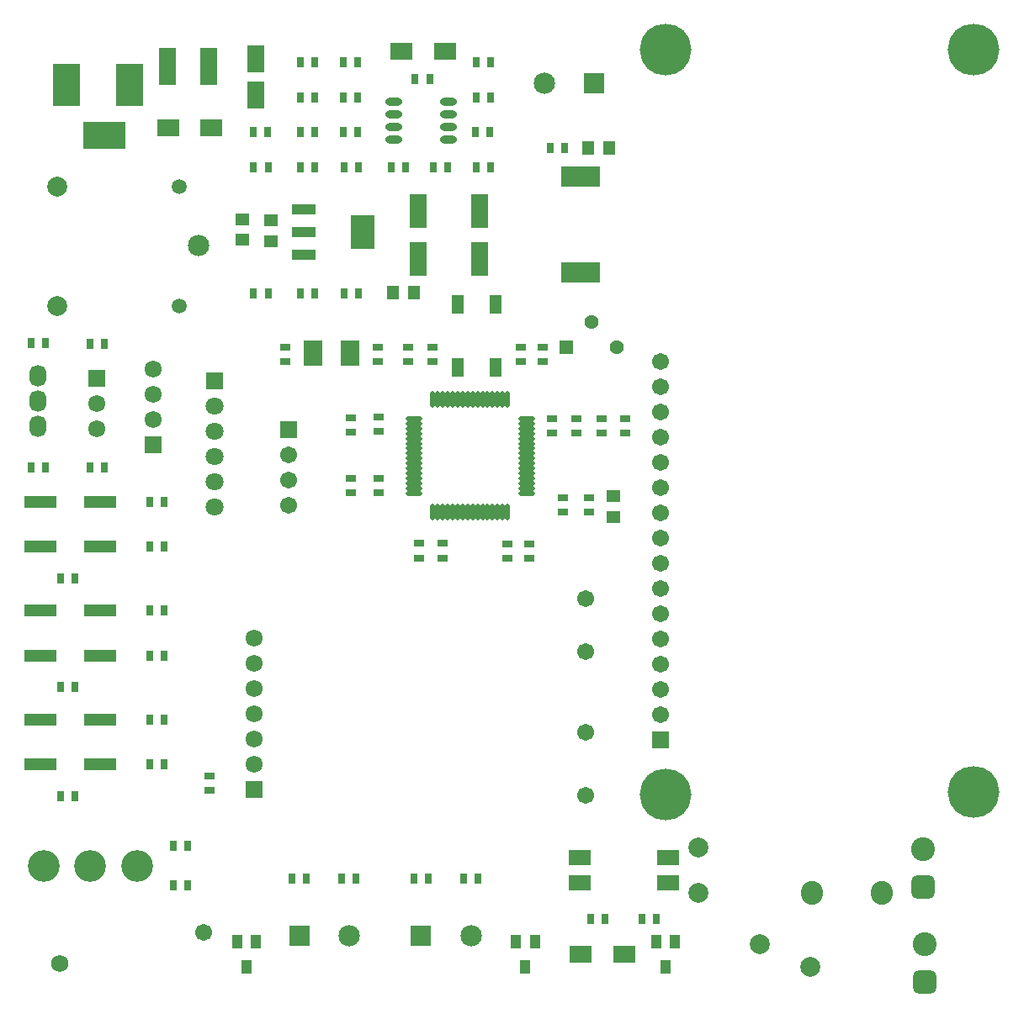
<source format=gbr>
%TF.GenerationSoftware,Altium Limited,Altium Designer,24.9.1 (31)*%
G04 Layer_Color=8388736*
%FSLAX45Y45*%
%MOMM*%
%TF.SameCoordinates,7A748296-1A33-4DDC-9E1E-CBF8E45EE968*%
%TF.FilePolarity,Negative*%
%TF.FileFunction,Soldermask,Top*%
%TF.Part,Single*%
G01*
G75*
%TA.AperFunction,SMDPad,CuDef*%
%ADD28R,2.20000X1.60000*%
%ADD77R,0.75320X1.10320*%
%ADD78R,1.30320X1.40320*%
%ADD79R,1.80320X2.80320*%
%ADD80R,2.30320X1.75320*%
%ADD81R,1.05320X1.40320*%
%ADD82C,1.70320*%
%ADD83O,1.70320X0.80320*%
%ADD84R,1.80320X3.40320*%
%ADD85R,2.35320X1.10320*%
%ADD86R,3.20320X1.20320*%
%ADD87R,1.20320X1.90320*%
%ADD88R,1.10320X0.75320*%
G04:AMPARAMS|DCode=89|XSize=1.6932mm|YSize=0.4832mm|CornerRadius=0.1716mm|HoleSize=0mm|Usage=FLASHONLY|Rotation=90.000|XOffset=0mm|YOffset=0mm|HoleType=Round|Shape=RoundedRectangle|*
%AMROUNDEDRECTD89*
21,1,1.69320,0.14000,0,0,90.0*
21,1,1.35000,0.48320,0,0,90.0*
1,1,0.34320,0.07000,0.67500*
1,1,0.34320,0.07000,-0.67500*
1,1,0.34320,-0.07000,-0.67500*
1,1,0.34320,-0.07000,0.67500*
%
%ADD89ROUNDEDRECTD89*%
G04:AMPARAMS|DCode=90|XSize=1.6932mm|YSize=0.4832mm|CornerRadius=0.1716mm|HoleSize=0mm|Usage=FLASHONLY|Rotation=0.000|XOffset=0mm|YOffset=0mm|HoleType=Round|Shape=RoundedRectangle|*
%AMROUNDEDRECTD90*
21,1,1.69320,0.14000,0,0,0.0*
21,1,1.35000,0.48320,0,0,0.0*
1,1,0.34320,0.67500,-0.07000*
1,1,0.34320,-0.67500,-0.07000*
1,1,0.34320,-0.67500,0.07000*
1,1,0.34320,0.67500,0.07000*
%
%ADD90ROUNDEDRECTD90*%
%ADD91R,1.40320X1.30320*%
%ADD92R,4.00320X2.10320*%
%ADD93R,1.90320X2.60320*%
%ADD94R,2.35320X3.45320*%
%ADD95R,1.72720X3.75920*%
%TA.AperFunction,ComponentPad*%
%ADD96C,2.40320*%
G04:AMPARAMS|DCode=97|XSize=2.4032mm|YSize=2.4032mm|CornerRadius=0.6516mm|HoleSize=0mm|Usage=FLASHONLY|Rotation=90.000|XOffset=0mm|YOffset=0mm|HoleType=Round|Shape=RoundedRectangle|*
%AMROUNDEDRECTD97*
21,1,2.40320,1.10000,0,0,90.0*
21,1,1.10000,2.40320,0,0,90.0*
1,1,1.30320,0.55000,0.55000*
1,1,1.30320,0.55000,-0.55000*
1,1,1.30320,-0.55000,-0.55000*
1,1,1.30320,-0.55000,0.55000*
%
%ADD97ROUNDEDRECTD97*%
%ADD98C,1.70320*%
%ADD99R,2.74320X4.26720*%
%ADD100R,4.26720X2.74320*%
%ADD101C,1.51120*%
%ADD102C,1.42520*%
%ADD103C,1.80320*%
%ADD104O,1.70320X2.20320*%
%ADD105C,1.72320*%
%ADD106C,2.15320*%
%ADD107R,1.71120X1.71120*%
%ADD108C,1.71120*%
%ADD109R,1.72320X1.72320*%
%TA.AperFunction,ViaPad*%
%ADD110C,1.72720*%
%TA.AperFunction,ComponentPad*%
%ADD111C,3.20000*%
%ADD112C,2.00320*%
%ADD113R,2.15320X2.15320*%
%ADD114O,2.20320X2.40320*%
%ADD115C,5.20320*%
%ADD116R,1.80320X1.80320*%
%ADD117R,1.42520X1.42520*%
%ADD118R,1.70320X1.70320*%
D28*
X5685790Y1516380D02*
D03*
Y1262380D02*
D03*
X6572250D02*
D03*
Y1516380D02*
D03*
D77*
X4029600Y9357360D02*
D03*
X4174600D02*
D03*
X5390180Y8663940D02*
D03*
X5535180D02*
D03*
X2401460Y8821420D02*
D03*
X3306240Y9172213D02*
D03*
X3018900Y8822267D02*
D03*
X3306240Y8820846D02*
D03*
X2874440Y8469480D02*
D03*
X3785760D02*
D03*
X3458320Y8470900D02*
D03*
X4781660Y8821420D02*
D03*
X4789280Y9525000D02*
D03*
X2790080Y1305080D02*
D03*
X3018900Y9525000D02*
D03*
Y9173260D02*
D03*
X2549000Y8470900D02*
D03*
X3313320Y7197240D02*
D03*
X3021860D02*
D03*
X2404540Y7195820D02*
D03*
X307340Y6697980D02*
D03*
X161180Y5443220D02*
D03*
X462280Y4330700D02*
D03*
Y3230880D02*
D03*
X462820Y2129640D02*
D03*
X4017170Y1305080D02*
D03*
X1743820Y1234440D02*
D03*
Y1630680D02*
D03*
X1598820D02*
D03*
Y1234440D02*
D03*
X6453824Y897740D02*
D03*
X6308824D02*
D03*
X5797440Y899160D02*
D03*
X5942440D02*
D03*
X4517170Y1305080D02*
D03*
X4662170D02*
D03*
X4162170D02*
D03*
X607820Y2129640D02*
D03*
X607280Y3230880D02*
D03*
Y4330700D02*
D03*
X1501900Y3550776D02*
D03*
X1356900D02*
D03*
X755540Y5443220D02*
D03*
X900540D02*
D03*
X306180D02*
D03*
X900810Y6685280D02*
D03*
X755810D02*
D03*
X162340Y6697980D02*
D03*
X2549540Y7195820D02*
D03*
X2876860Y7197240D02*
D03*
X3458320D02*
D03*
X2404000Y8470900D02*
D03*
X2873900Y9173260D02*
D03*
Y9525000D02*
D03*
X2935080Y1305080D02*
D03*
X3290190Y1306500D02*
D03*
X3435190D02*
D03*
X1356360Y2903363D02*
D03*
X1501360D02*
D03*
X1501900Y4649609D02*
D03*
X1356900D02*
D03*
X4644280Y9525000D02*
D03*
X4789820Y9172213D02*
D03*
X4644820D02*
D03*
X4644280Y8470900D02*
D03*
X4789280D02*
D03*
X4636660Y8821420D02*
D03*
X3313320Y8470900D02*
D03*
X4360290Y8469480D02*
D03*
X4215290D02*
D03*
X3930760D02*
D03*
X3019440D02*
D03*
X3451240Y8820846D02*
D03*
X2873900Y8822267D02*
D03*
X1356900Y2452653D02*
D03*
X1501900D02*
D03*
X1501360Y5101028D02*
D03*
X1356360D02*
D03*
X1501360Y4002196D02*
D03*
X1356360D02*
D03*
X3451240Y9172213D02*
D03*
X2546460Y8821420D02*
D03*
X3450700Y9525000D02*
D03*
X3305700D02*
D03*
D78*
X5981700Y8663940D02*
D03*
X5771700D02*
D03*
X3806600Y7203440D02*
D03*
X4016600D02*
D03*
D79*
X2428240Y9197680D02*
D03*
Y9557680D02*
D03*
D80*
X3889720Y9636760D02*
D03*
X1541170Y8864600D02*
D03*
X5690950Y543560D02*
D03*
X6130950D02*
D03*
X1981170Y8864600D02*
D03*
X4329720Y9636760D02*
D03*
D81*
X5043905Y668020D02*
D03*
X2237740D02*
D03*
X6457310D02*
D03*
X6646291Y668561D02*
D03*
X6551290Y418559D02*
D03*
X2426721Y668561D02*
D03*
X2331720Y418559D02*
D03*
X5137885D02*
D03*
X5232886Y668561D02*
D03*
D82*
X1902460Y762000D02*
D03*
X5748020Y2138680D02*
D03*
Y4127500D02*
D03*
X5745480Y3586480D02*
D03*
X5748020Y2776220D02*
D03*
D83*
X4364400Y9004300D02*
D03*
Y8750300D02*
D03*
Y8877300D02*
D03*
Y9131300D02*
D03*
X3814400Y8750300D02*
D03*
Y8877300D02*
D03*
Y9004300D02*
D03*
Y9131300D02*
D03*
D84*
X4061460Y7547640D02*
D03*
X4678680D02*
D03*
Y8027640D02*
D03*
X4061460D02*
D03*
D85*
X2912480Y8047120D02*
D03*
Y7589120D02*
D03*
Y7818120D02*
D03*
D86*
X257621Y4650319D02*
D03*
X857621D02*
D03*
X257621Y3551486D02*
D03*
X857621D02*
D03*
X257621Y2452653D02*
D03*
X857621D02*
D03*
Y2902653D02*
D03*
X257621D02*
D03*
X857621Y4001486D02*
D03*
X257621D02*
D03*
X857621Y5100319D02*
D03*
X257621D02*
D03*
D87*
X4460000Y6455000D02*
D03*
Y7085000D02*
D03*
X4840000Y6455000D02*
D03*
Y7085000D02*
D03*
D88*
X5516880Y4995221D02*
D03*
X2722880Y6507800D02*
D03*
X3655060Y6652260D02*
D03*
X3954780D02*
D03*
X4207030D02*
D03*
X3380740Y5802520D02*
D03*
Y5190180D02*
D03*
X3660140D02*
D03*
X3662680Y5806440D02*
D03*
X5408548Y5788653D02*
D03*
X5655105D02*
D03*
X5901663D02*
D03*
X4066540Y4533680D02*
D03*
X4307740D02*
D03*
X4957740Y4532520D02*
D03*
X5181600D02*
D03*
X1958340Y2339560D02*
D03*
Y2194560D02*
D03*
X5181600Y4677520D02*
D03*
X4957740D02*
D03*
X4307740Y4678680D02*
D03*
X4066540D02*
D03*
X6146800Y5788113D02*
D03*
Y5933113D02*
D03*
X5901663Y5933653D02*
D03*
X5655105D02*
D03*
X5408548D02*
D03*
X3662680Y5951440D02*
D03*
X3660140Y5335180D02*
D03*
X3380740D02*
D03*
X5316220Y6652800D02*
D03*
Y6507800D02*
D03*
X3380740Y5947520D02*
D03*
X5095240Y6652800D02*
D03*
Y6507800D02*
D03*
X4207030Y6507260D02*
D03*
X3954780D02*
D03*
X3655060D02*
D03*
X2722880Y6652800D02*
D03*
X5781040Y4995221D02*
D03*
Y5140221D02*
D03*
X5516880Y5140221D02*
D03*
D89*
X4257740Y6127180D02*
D03*
X4907740Y4993180D02*
D03*
X4257740D02*
D03*
X4207740D02*
D03*
X4307740D02*
D03*
X4357740D02*
D03*
X4407740D02*
D03*
X4457740D02*
D03*
X4507740D02*
D03*
X4557740D02*
D03*
X4607740D02*
D03*
X4657740D02*
D03*
X4707740D02*
D03*
X4757740D02*
D03*
X4807740D02*
D03*
X4857740D02*
D03*
X4957740D02*
D03*
Y6127180D02*
D03*
X4907740D02*
D03*
X4857740D02*
D03*
X4807740D02*
D03*
X4757740D02*
D03*
X4707740D02*
D03*
X4657740D02*
D03*
X4607740D02*
D03*
X4557740D02*
D03*
X4507740D02*
D03*
X4457740D02*
D03*
X4407740D02*
D03*
X4357740D02*
D03*
X4307740D02*
D03*
X4207740D02*
D03*
D90*
X5149740Y5885180D02*
D03*
X4015740Y5385180D02*
D03*
Y5935180D02*
D03*
Y5885180D02*
D03*
Y5835180D02*
D03*
Y5785180D02*
D03*
Y5735180D02*
D03*
Y5685180D02*
D03*
Y5635180D02*
D03*
Y5585180D02*
D03*
Y5535180D02*
D03*
Y5485180D02*
D03*
Y5435180D02*
D03*
Y5335180D02*
D03*
Y5285180D02*
D03*
Y5235180D02*
D03*
Y5185180D02*
D03*
X5149740D02*
D03*
Y5235180D02*
D03*
Y5285180D02*
D03*
Y5335180D02*
D03*
Y5385180D02*
D03*
Y5435180D02*
D03*
Y5485180D02*
D03*
Y5535180D02*
D03*
Y5585180D02*
D03*
Y5635180D02*
D03*
Y5685180D02*
D03*
Y5735180D02*
D03*
Y5785180D02*
D03*
Y5835180D02*
D03*
Y5935180D02*
D03*
D91*
X6027160Y4945940D02*
D03*
Y5155940D02*
D03*
X2580640Y7935820D02*
D03*
Y7725820D02*
D03*
X2293620Y7735980D02*
D03*
Y7945980D02*
D03*
D92*
X5694680Y7411840D02*
D03*
Y8371840D02*
D03*
D93*
X3370160Y6593840D02*
D03*
X3000160D02*
D03*
D94*
X3498480Y7818120D02*
D03*
D95*
X1955800Y9481820D02*
D03*
X1535660D02*
D03*
D96*
X9157062Y647706D02*
D03*
X9141822Y1597666D02*
D03*
D97*
X9157062Y266706D02*
D03*
X9141822Y1216666D02*
D03*
D98*
X2753360Y5321300D02*
D03*
Y5067300D02*
D03*
Y5575300D02*
D03*
D99*
X518160Y9296400D02*
D03*
X1153160D02*
D03*
D100*
X899160Y8788400D02*
D03*
D101*
X1651400Y8270800D02*
D03*
Y7070800D02*
D03*
D102*
X6054000Y6657340D02*
D03*
X5800000Y6911340D02*
D03*
D103*
X2012640Y6061519D02*
D03*
Y5045519D02*
D03*
Y5299519D02*
D03*
Y5553519D02*
D03*
Y5807519D02*
D03*
D104*
X236220Y5859780D02*
D03*
Y6113780D02*
D03*
Y6367780D02*
D03*
D105*
X1391920Y6438900D02*
D03*
X828040Y5831840D02*
D03*
X2413000Y2458720D02*
D03*
Y2966720D02*
D03*
Y3728720D02*
D03*
Y3474720D02*
D03*
Y3220720D02*
D03*
Y2712720D02*
D03*
X828040Y6085840D02*
D03*
X1391920Y6184900D02*
D03*
Y5930900D02*
D03*
D106*
X5326380Y9311640D02*
D03*
X3362960Y730080D02*
D03*
X4589400D02*
D03*
X1851400Y7682800D02*
D03*
D107*
X6500660Y2699460D02*
D03*
D108*
Y3715460D02*
D03*
Y6509460D02*
D03*
Y6255460D02*
D03*
Y6001460D02*
D03*
Y5747460D02*
D03*
Y5493460D02*
D03*
Y5239460D02*
D03*
Y4985460D02*
D03*
Y4731460D02*
D03*
Y4477460D02*
D03*
Y4223460D02*
D03*
Y3461460D02*
D03*
Y3207460D02*
D03*
Y2953460D02*
D03*
Y3969460D02*
D03*
D109*
X2413000Y2204720D02*
D03*
X828040Y6339840D02*
D03*
X1391920Y5676900D02*
D03*
D110*
X450000Y450000D02*
D03*
D111*
X760161Y1428000D02*
D03*
X290161D02*
D03*
X1230161D02*
D03*
D112*
X7500620Y640080D02*
D03*
X8008620Y411480D02*
D03*
X6875340Y1619780D02*
D03*
Y1159780D02*
D03*
X431400Y7070800D02*
D03*
Y8270800D02*
D03*
D113*
X2862960Y730080D02*
D03*
X5826380Y9311640D02*
D03*
X4089400Y730080D02*
D03*
D114*
X8725340Y1159780D02*
D03*
X8025340D02*
D03*
D115*
X6550660Y9649460D02*
D03*
X9650660D02*
D03*
X9650060Y2178360D02*
D03*
X6550660Y2149460D02*
D03*
D116*
X2012640Y6315519D02*
D03*
D117*
X5546000Y6657340D02*
D03*
D118*
X2753360Y5829300D02*
D03*
%TF.MD5,2f4f8646e2d48c48a4ba82bd0f9b039b*%
M02*

</source>
